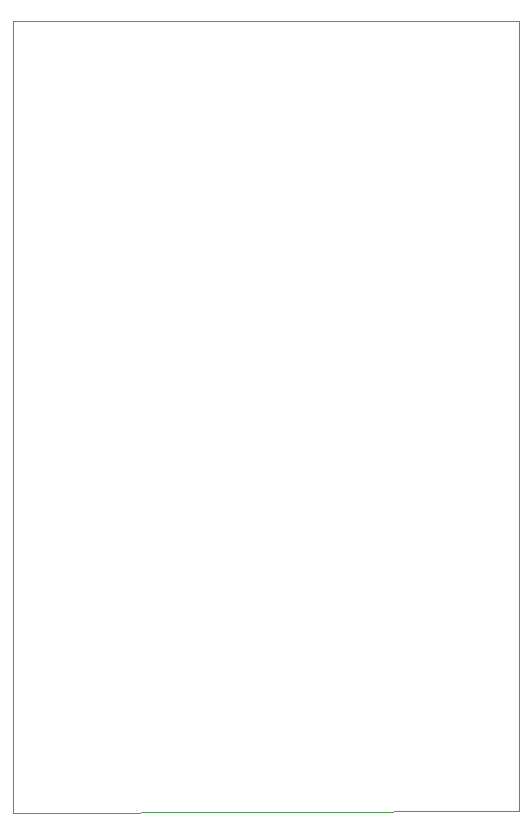
<source format=gm1>
%TF.GenerationSoftware,KiCad,Pcbnew,7.0.10*%
%TF.CreationDate,2024-03-22T23:10:46-04:00*%
%TF.ProjectId,Remote PCB,52656d6f-7465-4205-9043-422e6b696361,rev?*%
%TF.SameCoordinates,Original*%
%TF.FileFunction,Profile,NP*%
%FSLAX46Y46*%
G04 Gerber Fmt 4.6, Leading zero omitted, Abs format (unit mm)*
G04 Created by KiCad (PCBNEW 7.0.10) date 2024-03-22 23:10:46*
%MOMM*%
%LPD*%
G01*
G04 APERTURE LIST*
%TA.AperFunction,Profile*%
%ADD10C,0.100000*%
%TD*%
G04 APERTURE END LIST*
D10*
X54814000Y-78723000D02*
X12015000Y-78850000D01*
X12015000Y-11794000D01*
X54814000Y-11794000D01*
X54814000Y-78723000D01*
M02*

</source>
